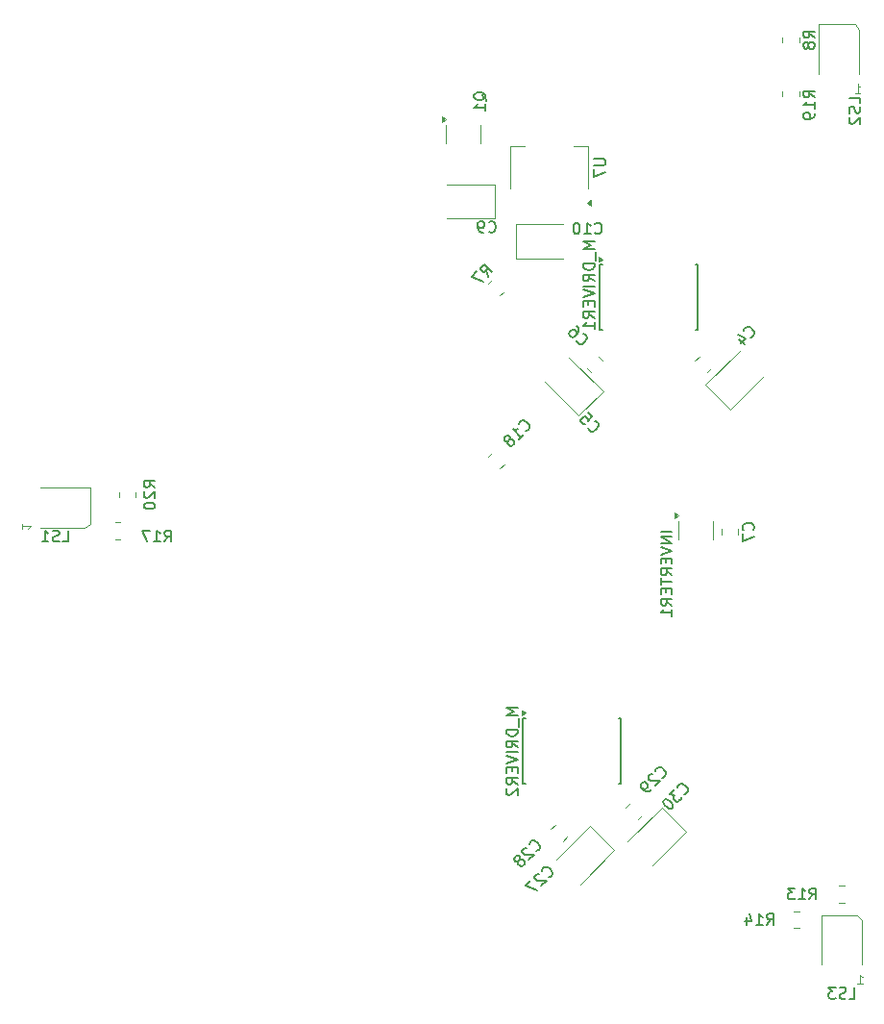
<source format=gbr>
%TF.GenerationSoftware,KiCad,Pcbnew,8.0.1*%
%TF.CreationDate,2024-05-31T17:35:22+02:00*%
%TF.ProjectId,minisumo_pcb,6d696e69-7375-46d6-9f5f-7063622e6b69,rev?*%
%TF.SameCoordinates,Original*%
%TF.FileFunction,Legend,Bot*%
%TF.FilePolarity,Positive*%
%FSLAX46Y46*%
G04 Gerber Fmt 4.6, Leading zero omitted, Abs format (unit mm)*
G04 Created by KiCad (PCBNEW 8.0.1) date 2024-05-31 17:35:22*
%MOMM*%
%LPD*%
G01*
G04 APERTURE LIST*
%ADD10C,0.150000*%
%ADD11C,0.100000*%
%ADD12C,0.120000*%
G04 APERTURE END LIST*
D10*
X124004818Y-119790476D02*
X123004818Y-119790476D01*
X123004818Y-119790476D02*
X123719103Y-120123809D01*
X123719103Y-120123809D02*
X123004818Y-120457142D01*
X123004818Y-120457142D02*
X124004818Y-120457142D01*
X124100056Y-120695238D02*
X124100056Y-121457142D01*
X124004818Y-121695238D02*
X123004818Y-121695238D01*
X123004818Y-121695238D02*
X123004818Y-121933333D01*
X123004818Y-121933333D02*
X123052437Y-122076190D01*
X123052437Y-122076190D02*
X123147675Y-122171428D01*
X123147675Y-122171428D02*
X123242913Y-122219047D01*
X123242913Y-122219047D02*
X123433389Y-122266666D01*
X123433389Y-122266666D02*
X123576246Y-122266666D01*
X123576246Y-122266666D02*
X123766722Y-122219047D01*
X123766722Y-122219047D02*
X123861960Y-122171428D01*
X123861960Y-122171428D02*
X123957199Y-122076190D01*
X123957199Y-122076190D02*
X124004818Y-121933333D01*
X124004818Y-121933333D02*
X124004818Y-121695238D01*
X124004818Y-123266666D02*
X123528627Y-122933333D01*
X124004818Y-122695238D02*
X123004818Y-122695238D01*
X123004818Y-122695238D02*
X123004818Y-123076190D01*
X123004818Y-123076190D02*
X123052437Y-123171428D01*
X123052437Y-123171428D02*
X123100056Y-123219047D01*
X123100056Y-123219047D02*
X123195294Y-123266666D01*
X123195294Y-123266666D02*
X123338151Y-123266666D01*
X123338151Y-123266666D02*
X123433389Y-123219047D01*
X123433389Y-123219047D02*
X123481008Y-123171428D01*
X123481008Y-123171428D02*
X123528627Y-123076190D01*
X123528627Y-123076190D02*
X123528627Y-122695238D01*
X124004818Y-123695238D02*
X123004818Y-123695238D01*
X123004818Y-124028571D02*
X124004818Y-124361904D01*
X124004818Y-124361904D02*
X123004818Y-124695237D01*
X123481008Y-125028571D02*
X123481008Y-125361904D01*
X124004818Y-125504761D02*
X124004818Y-125028571D01*
X124004818Y-125028571D02*
X123004818Y-125028571D01*
X123004818Y-125028571D02*
X123004818Y-125504761D01*
X124004818Y-126504761D02*
X123528627Y-126171428D01*
X124004818Y-125933333D02*
X123004818Y-125933333D01*
X123004818Y-125933333D02*
X123004818Y-126314285D01*
X123004818Y-126314285D02*
X123052437Y-126409523D01*
X123052437Y-126409523D02*
X123100056Y-126457142D01*
X123100056Y-126457142D02*
X123195294Y-126504761D01*
X123195294Y-126504761D02*
X123338151Y-126504761D01*
X123338151Y-126504761D02*
X123433389Y-126457142D01*
X123433389Y-126457142D02*
X123481008Y-126409523D01*
X123481008Y-126409523D02*
X123528627Y-126314285D01*
X123528627Y-126314285D02*
X123528627Y-125933333D01*
X123100056Y-126885714D02*
X123052437Y-126933333D01*
X123052437Y-126933333D02*
X123004818Y-127028571D01*
X123004818Y-127028571D02*
X123004818Y-127266666D01*
X123004818Y-127266666D02*
X123052437Y-127361904D01*
X123052437Y-127361904D02*
X123100056Y-127409523D01*
X123100056Y-127409523D02*
X123195294Y-127457142D01*
X123195294Y-127457142D02*
X123290532Y-127457142D01*
X123290532Y-127457142D02*
X123433389Y-127409523D01*
X123433389Y-127409523D02*
X124004818Y-126838095D01*
X124004818Y-126838095D02*
X124004818Y-127457142D01*
X92890392Y-105148035D02*
X93223725Y-104671844D01*
X93461820Y-105148035D02*
X93461820Y-104148035D01*
X93461820Y-104148035D02*
X93080868Y-104148035D01*
X93080868Y-104148035D02*
X92985630Y-104195654D01*
X92985630Y-104195654D02*
X92938011Y-104243273D01*
X92938011Y-104243273D02*
X92890392Y-104338511D01*
X92890392Y-104338511D02*
X92890392Y-104481368D01*
X92890392Y-104481368D02*
X92938011Y-104576606D01*
X92938011Y-104576606D02*
X92985630Y-104624225D01*
X92985630Y-104624225D02*
X93080868Y-104671844D01*
X93080868Y-104671844D02*
X93461820Y-104671844D01*
X91938011Y-105148035D02*
X92509439Y-105148035D01*
X92223725Y-105148035D02*
X92223725Y-104148035D01*
X92223725Y-104148035D02*
X92318963Y-104290892D01*
X92318963Y-104290892D02*
X92414201Y-104386130D01*
X92414201Y-104386130D02*
X92509439Y-104433749D01*
X91604677Y-104148035D02*
X90938011Y-104148035D01*
X90938011Y-104148035D02*
X91366582Y-105148035D01*
X136725830Y-125910693D02*
X136793174Y-125910693D01*
X136793174Y-125910693D02*
X136927861Y-125843349D01*
X136927861Y-125843349D02*
X136995204Y-125776006D01*
X136995204Y-125776006D02*
X137062548Y-125641319D01*
X137062548Y-125641319D02*
X137062548Y-125506632D01*
X137062548Y-125506632D02*
X137028876Y-125405617D01*
X137028876Y-125405617D02*
X136927861Y-125237258D01*
X136927861Y-125237258D02*
X136826846Y-125136243D01*
X136826846Y-125136243D02*
X136658487Y-125035227D01*
X136658487Y-125035227D02*
X136557472Y-125001556D01*
X136557472Y-125001556D02*
X136422785Y-125001556D01*
X136422785Y-125001556D02*
X136288098Y-125068899D01*
X136288098Y-125068899D02*
X136220754Y-125136243D01*
X136220754Y-125136243D02*
X136153411Y-125270930D01*
X136153411Y-125270930D02*
X136153411Y-125338273D01*
X135884037Y-125607647D02*
X135816693Y-125607647D01*
X135816693Y-125607647D02*
X135715678Y-125641319D01*
X135715678Y-125641319D02*
X135547319Y-125809678D01*
X135547319Y-125809678D02*
X135513647Y-125910693D01*
X135513647Y-125910693D02*
X135513647Y-125978036D01*
X135513647Y-125978036D02*
X135547319Y-126079052D01*
X135547319Y-126079052D02*
X135614663Y-126146395D01*
X135614663Y-126146395D02*
X135749350Y-126213739D01*
X135749350Y-126213739D02*
X136557472Y-126213739D01*
X136557472Y-126213739D02*
X136119739Y-126651471D01*
X135783021Y-126988189D02*
X135648334Y-127122876D01*
X135648334Y-127122876D02*
X135547319Y-127156548D01*
X135547319Y-127156548D02*
X135479975Y-127156548D01*
X135479975Y-127156548D02*
X135311617Y-127122876D01*
X135311617Y-127122876D02*
X135143258Y-127021861D01*
X135143258Y-127021861D02*
X134873884Y-126752487D01*
X134873884Y-126752487D02*
X134840212Y-126651472D01*
X134840212Y-126651472D02*
X134840212Y-126584128D01*
X134840212Y-126584128D02*
X134873884Y-126483113D01*
X134873884Y-126483113D02*
X135008571Y-126348426D01*
X135008571Y-126348426D02*
X135109586Y-126314754D01*
X135109586Y-126314754D02*
X135176930Y-126314754D01*
X135176930Y-126314754D02*
X135277945Y-126348426D01*
X135277945Y-126348426D02*
X135446304Y-126516785D01*
X135446304Y-126516785D02*
X135479975Y-126617800D01*
X135479975Y-126617800D02*
X135479975Y-126685143D01*
X135479975Y-126685143D02*
X135446304Y-126786159D01*
X135446304Y-126786159D02*
X135311617Y-126920846D01*
X135311617Y-126920846D02*
X135210601Y-126954517D01*
X135210601Y-126954517D02*
X135143258Y-126954517D01*
X135143258Y-126954517D02*
X135042243Y-126920846D01*
X83890392Y-105148035D02*
X84366582Y-105148035D01*
X84366582Y-105148035D02*
X84366582Y-104148035D01*
X83604677Y-105100416D02*
X83461820Y-105148035D01*
X83461820Y-105148035D02*
X83223725Y-105148035D01*
X83223725Y-105148035D02*
X83128487Y-105100416D01*
X83128487Y-105100416D02*
X83080868Y-105052796D01*
X83080868Y-105052796D02*
X83033249Y-104957558D01*
X83033249Y-104957558D02*
X83033249Y-104862320D01*
X83033249Y-104862320D02*
X83080868Y-104767082D01*
X83080868Y-104767082D02*
X83128487Y-104719463D01*
X83128487Y-104719463D02*
X83223725Y-104671844D01*
X83223725Y-104671844D02*
X83414201Y-104624225D01*
X83414201Y-104624225D02*
X83509439Y-104576606D01*
X83509439Y-104576606D02*
X83557058Y-104528987D01*
X83557058Y-104528987D02*
X83604677Y-104433749D01*
X83604677Y-104433749D02*
X83604677Y-104338511D01*
X83604677Y-104338511D02*
X83557058Y-104243273D01*
X83557058Y-104243273D02*
X83509439Y-104195654D01*
X83509439Y-104195654D02*
X83414201Y-104148035D01*
X83414201Y-104148035D02*
X83176106Y-104148035D01*
X83176106Y-104148035D02*
X83033249Y-104195654D01*
X82080868Y-105148035D02*
X82652296Y-105148035D01*
X82366582Y-105148035D02*
X82366582Y-104148035D01*
X82366582Y-104148035D02*
X82461820Y-104290892D01*
X82461820Y-104290892D02*
X82557058Y-104386130D01*
X82557058Y-104386130D02*
X82652296Y-104433749D01*
D11*
X80300639Y-103577903D02*
X80300639Y-104035046D01*
X80300639Y-103806474D02*
X81100639Y-103806474D01*
X81100639Y-103806474D02*
X80986354Y-103882665D01*
X80986354Y-103882665D02*
X80910163Y-103958855D01*
X80910163Y-103958855D02*
X80872068Y-104035046D01*
D10*
X145968641Y-138898035D02*
X146301974Y-138421844D01*
X146540069Y-138898035D02*
X146540069Y-137898035D01*
X146540069Y-137898035D02*
X146159117Y-137898035D01*
X146159117Y-137898035D02*
X146063879Y-137945654D01*
X146063879Y-137945654D02*
X146016260Y-137993273D01*
X146016260Y-137993273D02*
X145968641Y-138088511D01*
X145968641Y-138088511D02*
X145968641Y-138231368D01*
X145968641Y-138231368D02*
X146016260Y-138326606D01*
X146016260Y-138326606D02*
X146063879Y-138374225D01*
X146063879Y-138374225D02*
X146159117Y-138421844D01*
X146159117Y-138421844D02*
X146540069Y-138421844D01*
X145016260Y-138898035D02*
X145587688Y-138898035D01*
X145301974Y-138898035D02*
X145301974Y-137898035D01*
X145301974Y-137898035D02*
X145397212Y-138040892D01*
X145397212Y-138040892D02*
X145492450Y-138136130D01*
X145492450Y-138136130D02*
X145587688Y-138183749D01*
X144159117Y-138231368D02*
X144159117Y-138898035D01*
X144397212Y-137850416D02*
X144635307Y-138564701D01*
X144635307Y-138564701D02*
X144016260Y-138564701D01*
X125608830Y-132399693D02*
X125676174Y-132399693D01*
X125676174Y-132399693D02*
X125810861Y-132332349D01*
X125810861Y-132332349D02*
X125878204Y-132265006D01*
X125878204Y-132265006D02*
X125945548Y-132130319D01*
X125945548Y-132130319D02*
X125945548Y-131995632D01*
X125945548Y-131995632D02*
X125911876Y-131894617D01*
X125911876Y-131894617D02*
X125810861Y-131726258D01*
X125810861Y-131726258D02*
X125709846Y-131625243D01*
X125709846Y-131625243D02*
X125541487Y-131524227D01*
X125541487Y-131524227D02*
X125440472Y-131490556D01*
X125440472Y-131490556D02*
X125305785Y-131490556D01*
X125305785Y-131490556D02*
X125171098Y-131557899D01*
X125171098Y-131557899D02*
X125103754Y-131625243D01*
X125103754Y-131625243D02*
X125036411Y-131759930D01*
X125036411Y-131759930D02*
X125036411Y-131827273D01*
X124767037Y-132096647D02*
X124699693Y-132096647D01*
X124699693Y-132096647D02*
X124598678Y-132130319D01*
X124598678Y-132130319D02*
X124430319Y-132298678D01*
X124430319Y-132298678D02*
X124396647Y-132399693D01*
X124396647Y-132399693D02*
X124396647Y-132467036D01*
X124396647Y-132467036D02*
X124430319Y-132568052D01*
X124430319Y-132568052D02*
X124497663Y-132635395D01*
X124497663Y-132635395D02*
X124632350Y-132702739D01*
X124632350Y-132702739D02*
X125440472Y-132702739D01*
X125440472Y-132702739D02*
X125002739Y-133140471D01*
X124194617Y-133140472D02*
X124228288Y-133039456D01*
X124228288Y-133039456D02*
X124228288Y-132972113D01*
X124228288Y-132972113D02*
X124194617Y-132871098D01*
X124194617Y-132871098D02*
X124160945Y-132837426D01*
X124160945Y-132837426D02*
X124059930Y-132803754D01*
X124059930Y-132803754D02*
X123992586Y-132803754D01*
X123992586Y-132803754D02*
X123891571Y-132837426D01*
X123891571Y-132837426D02*
X123756884Y-132972113D01*
X123756884Y-132972113D02*
X123723212Y-133073128D01*
X123723212Y-133073128D02*
X123723212Y-133140472D01*
X123723212Y-133140472D02*
X123756884Y-133241487D01*
X123756884Y-133241487D02*
X123790556Y-133275159D01*
X123790556Y-133275159D02*
X123891571Y-133308830D01*
X123891571Y-133308830D02*
X123958914Y-133308830D01*
X123958914Y-133308830D02*
X124059930Y-133275159D01*
X124059930Y-133275159D02*
X124194617Y-133140472D01*
X124194617Y-133140472D02*
X124295632Y-133106800D01*
X124295632Y-133106800D02*
X124362975Y-133106800D01*
X124362975Y-133106800D02*
X124463991Y-133140472D01*
X124463991Y-133140472D02*
X124598678Y-133275159D01*
X124598678Y-133275159D02*
X124632349Y-133376174D01*
X124632349Y-133376174D02*
X124632349Y-133443517D01*
X124632349Y-133443517D02*
X124598678Y-133544533D01*
X124598678Y-133544533D02*
X124463991Y-133679220D01*
X124463991Y-133679220D02*
X124362975Y-133712891D01*
X124362975Y-133712891D02*
X124295632Y-133712891D01*
X124295632Y-133712891D02*
X124194617Y-133679220D01*
X124194617Y-133679220D02*
X124059930Y-133544533D01*
X124059930Y-133544533D02*
X124026258Y-133443517D01*
X124026258Y-133443517D02*
X124026258Y-133376174D01*
X124026258Y-133376174D02*
X124059930Y-133275159D01*
X129188664Y-87432238D02*
X129188664Y-87499582D01*
X129188664Y-87499582D02*
X129256008Y-87634269D01*
X129256008Y-87634269D02*
X129323351Y-87701612D01*
X129323351Y-87701612D02*
X129458038Y-87768956D01*
X129458038Y-87768956D02*
X129592725Y-87768956D01*
X129592725Y-87768956D02*
X129693740Y-87735284D01*
X129693740Y-87735284D02*
X129862099Y-87634269D01*
X129862099Y-87634269D02*
X129963114Y-87533254D01*
X129963114Y-87533254D02*
X130064130Y-87364895D01*
X130064130Y-87364895D02*
X130097801Y-87263880D01*
X130097801Y-87263880D02*
X130097801Y-87129193D01*
X130097801Y-87129193D02*
X130030458Y-86994506D01*
X130030458Y-86994506D02*
X129963114Y-86927162D01*
X129963114Y-86927162D02*
X129828427Y-86859819D01*
X129828427Y-86859819D02*
X129761084Y-86859819D01*
X129222336Y-86186384D02*
X129357023Y-86321071D01*
X129357023Y-86321071D02*
X129390695Y-86422086D01*
X129390695Y-86422086D02*
X129390695Y-86489429D01*
X129390695Y-86489429D02*
X129357023Y-86657788D01*
X129357023Y-86657788D02*
X129256008Y-86826147D01*
X129256008Y-86826147D02*
X128986634Y-87095521D01*
X128986634Y-87095521D02*
X128885618Y-87129193D01*
X128885618Y-87129193D02*
X128818275Y-87129193D01*
X128818275Y-87129193D02*
X128717260Y-87095521D01*
X128717260Y-87095521D02*
X128582573Y-86960834D01*
X128582573Y-86960834D02*
X128548901Y-86859819D01*
X128548901Y-86859819D02*
X128548901Y-86792475D01*
X128548901Y-86792475D02*
X128582573Y-86691460D01*
X128582573Y-86691460D02*
X128750931Y-86523101D01*
X128750931Y-86523101D02*
X128851947Y-86489429D01*
X128851947Y-86489429D02*
X128919290Y-86489429D01*
X128919290Y-86489429D02*
X129020305Y-86523101D01*
X129020305Y-86523101D02*
X129154992Y-86657788D01*
X129154992Y-86657788D02*
X129188664Y-86758803D01*
X129188664Y-86758803D02*
X129188664Y-86826147D01*
X129188664Y-86826147D02*
X129154992Y-86927162D01*
X130212111Y-95094112D02*
X130212111Y-95161456D01*
X130212111Y-95161456D02*
X130279455Y-95296143D01*
X130279455Y-95296143D02*
X130346798Y-95363486D01*
X130346798Y-95363486D02*
X130481485Y-95430830D01*
X130481485Y-95430830D02*
X130616172Y-95430830D01*
X130616172Y-95430830D02*
X130717187Y-95397158D01*
X130717187Y-95397158D02*
X130885546Y-95296143D01*
X130885546Y-95296143D02*
X130986561Y-95195128D01*
X130986561Y-95195128D02*
X131087577Y-95026769D01*
X131087577Y-95026769D02*
X131121248Y-94925754D01*
X131121248Y-94925754D02*
X131121248Y-94791067D01*
X131121248Y-94791067D02*
X131053905Y-94656380D01*
X131053905Y-94656380D02*
X130986561Y-94589036D01*
X130986561Y-94589036D02*
X130851874Y-94521693D01*
X130851874Y-94521693D02*
X130784531Y-94521693D01*
X130212111Y-93814586D02*
X130548829Y-94151303D01*
X130548829Y-94151303D02*
X130245783Y-94521693D01*
X130245783Y-94521693D02*
X130245783Y-94454349D01*
X130245783Y-94454349D02*
X130212111Y-94353334D01*
X130212111Y-94353334D02*
X130043752Y-94184975D01*
X130043752Y-94184975D02*
X129942737Y-94151303D01*
X129942737Y-94151303D02*
X129875394Y-94151303D01*
X129875394Y-94151303D02*
X129774378Y-94184975D01*
X129774378Y-94184975D02*
X129606020Y-94353334D01*
X129606020Y-94353334D02*
X129572348Y-94454349D01*
X129572348Y-94454349D02*
X129572348Y-94521693D01*
X129572348Y-94521693D02*
X129606020Y-94622708D01*
X129606020Y-94622708D02*
X129774378Y-94791067D01*
X129774378Y-94791067D02*
X129875394Y-94824738D01*
X129875394Y-94824738D02*
X129942737Y-94824738D01*
X144739579Y-104110833D02*
X144787199Y-104063214D01*
X144787199Y-104063214D02*
X144834818Y-103920357D01*
X144834818Y-103920357D02*
X144834818Y-103825119D01*
X144834818Y-103825119D02*
X144787199Y-103682262D01*
X144787199Y-103682262D02*
X144691960Y-103587024D01*
X144691960Y-103587024D02*
X144596722Y-103539405D01*
X144596722Y-103539405D02*
X144406246Y-103491786D01*
X144406246Y-103491786D02*
X144263389Y-103491786D01*
X144263389Y-103491786D02*
X144072913Y-103539405D01*
X144072913Y-103539405D02*
X143977675Y-103587024D01*
X143977675Y-103587024D02*
X143882437Y-103682262D01*
X143882437Y-103682262D02*
X143834818Y-103825119D01*
X143834818Y-103825119D02*
X143834818Y-103920357D01*
X143834818Y-103920357D02*
X143882437Y-104063214D01*
X143882437Y-104063214D02*
X143930056Y-104110833D01*
X143834818Y-104444167D02*
X143834818Y-105110833D01*
X143834818Y-105110833D02*
X144834818Y-104682262D01*
X126708830Y-134699693D02*
X126776174Y-134699693D01*
X126776174Y-134699693D02*
X126910861Y-134632349D01*
X126910861Y-134632349D02*
X126978204Y-134565006D01*
X126978204Y-134565006D02*
X127045548Y-134430319D01*
X127045548Y-134430319D02*
X127045548Y-134295632D01*
X127045548Y-134295632D02*
X127011876Y-134194617D01*
X127011876Y-134194617D02*
X126910861Y-134026258D01*
X126910861Y-134026258D02*
X126809846Y-133925243D01*
X126809846Y-133925243D02*
X126641487Y-133824227D01*
X126641487Y-133824227D02*
X126540472Y-133790556D01*
X126540472Y-133790556D02*
X126405785Y-133790556D01*
X126405785Y-133790556D02*
X126271098Y-133857899D01*
X126271098Y-133857899D02*
X126203754Y-133925243D01*
X126203754Y-133925243D02*
X126136411Y-134059930D01*
X126136411Y-134059930D02*
X126136411Y-134127273D01*
X125867037Y-134396647D02*
X125799693Y-134396647D01*
X125799693Y-134396647D02*
X125698678Y-134430319D01*
X125698678Y-134430319D02*
X125530319Y-134598678D01*
X125530319Y-134598678D02*
X125496647Y-134699693D01*
X125496647Y-134699693D02*
X125496647Y-134767036D01*
X125496647Y-134767036D02*
X125530319Y-134868052D01*
X125530319Y-134868052D02*
X125597663Y-134935395D01*
X125597663Y-134935395D02*
X125732350Y-135002739D01*
X125732350Y-135002739D02*
X126540472Y-135002739D01*
X126540472Y-135002739D02*
X126102739Y-135440471D01*
X125159930Y-134969067D02*
X124688525Y-135440472D01*
X124688525Y-135440472D02*
X125698678Y-135844533D01*
X144517112Y-87131411D02*
X144584456Y-87131411D01*
X144584456Y-87131411D02*
X144719143Y-87064067D01*
X144719143Y-87064067D02*
X144786486Y-86996724D01*
X144786486Y-86996724D02*
X144853830Y-86862037D01*
X144853830Y-86862037D02*
X144853830Y-86727350D01*
X144853830Y-86727350D02*
X144820158Y-86626335D01*
X144820158Y-86626335D02*
X144719143Y-86457976D01*
X144719143Y-86457976D02*
X144618128Y-86356961D01*
X144618128Y-86356961D02*
X144449769Y-86255945D01*
X144449769Y-86255945D02*
X144348754Y-86222274D01*
X144348754Y-86222274D02*
X144214067Y-86222274D01*
X144214067Y-86222274D02*
X144079380Y-86289617D01*
X144079380Y-86289617D02*
X144012036Y-86356961D01*
X144012036Y-86356961D02*
X143944693Y-86491648D01*
X143944693Y-86491648D02*
X143944693Y-86558991D01*
X143506960Y-87333441D02*
X143978364Y-87804846D01*
X143405945Y-86895709D02*
X144079380Y-87232426D01*
X144079380Y-87232426D02*
X143641647Y-87670159D01*
X130817857Y-77959580D02*
X130865476Y-78007200D01*
X130865476Y-78007200D02*
X131008333Y-78054819D01*
X131008333Y-78054819D02*
X131103571Y-78054819D01*
X131103571Y-78054819D02*
X131246428Y-78007200D01*
X131246428Y-78007200D02*
X131341666Y-77911961D01*
X131341666Y-77911961D02*
X131389285Y-77816723D01*
X131389285Y-77816723D02*
X131436904Y-77626247D01*
X131436904Y-77626247D02*
X131436904Y-77483390D01*
X131436904Y-77483390D02*
X131389285Y-77292914D01*
X131389285Y-77292914D02*
X131341666Y-77197676D01*
X131341666Y-77197676D02*
X131246428Y-77102438D01*
X131246428Y-77102438D02*
X131103571Y-77054819D01*
X131103571Y-77054819D02*
X131008333Y-77054819D01*
X131008333Y-77054819D02*
X130865476Y-77102438D01*
X130865476Y-77102438D02*
X130817857Y-77150057D01*
X129865476Y-78054819D02*
X130436904Y-78054819D01*
X130151190Y-78054819D02*
X130151190Y-77054819D01*
X130151190Y-77054819D02*
X130246428Y-77197676D01*
X130246428Y-77197676D02*
X130341666Y-77292914D01*
X130341666Y-77292914D02*
X130436904Y-77340533D01*
X129246428Y-77054819D02*
X129151190Y-77054819D01*
X129151190Y-77054819D02*
X129055952Y-77102438D01*
X129055952Y-77102438D02*
X129008333Y-77150057D01*
X129008333Y-77150057D02*
X128960714Y-77245295D01*
X128960714Y-77245295D02*
X128913095Y-77435771D01*
X128913095Y-77435771D02*
X128913095Y-77673866D01*
X128913095Y-77673866D02*
X128960714Y-77864342D01*
X128960714Y-77864342D02*
X129008333Y-77959580D01*
X129008333Y-77959580D02*
X129055952Y-78007200D01*
X129055952Y-78007200D02*
X129151190Y-78054819D01*
X129151190Y-78054819D02*
X129246428Y-78054819D01*
X129246428Y-78054819D02*
X129341666Y-78007200D01*
X129341666Y-78007200D02*
X129389285Y-77959580D01*
X129389285Y-77959580D02*
X129436904Y-77864342D01*
X129436904Y-77864342D02*
X129484523Y-77673866D01*
X129484523Y-77673866D02*
X129484523Y-77435771D01*
X129484523Y-77435771D02*
X129436904Y-77245295D01*
X129436904Y-77245295D02*
X129389285Y-77150057D01*
X129389285Y-77150057D02*
X129341666Y-77102438D01*
X129341666Y-77102438D02*
X129246428Y-77054819D01*
X121250057Y-66304761D02*
X121202438Y-66209523D01*
X121202438Y-66209523D02*
X121107200Y-66114285D01*
X121107200Y-66114285D02*
X120964342Y-65971428D01*
X120964342Y-65971428D02*
X120916723Y-65876190D01*
X120916723Y-65876190D02*
X120916723Y-65780952D01*
X121154819Y-65828571D02*
X121107200Y-65733333D01*
X121107200Y-65733333D02*
X121011961Y-65638095D01*
X121011961Y-65638095D02*
X120821485Y-65590476D01*
X120821485Y-65590476D02*
X120488152Y-65590476D01*
X120488152Y-65590476D02*
X120297676Y-65638095D01*
X120297676Y-65638095D02*
X120202438Y-65733333D01*
X120202438Y-65733333D02*
X120154819Y-65828571D01*
X120154819Y-65828571D02*
X120154819Y-66019047D01*
X120154819Y-66019047D02*
X120202438Y-66114285D01*
X120202438Y-66114285D02*
X120297676Y-66209523D01*
X120297676Y-66209523D02*
X120488152Y-66257142D01*
X120488152Y-66257142D02*
X120821485Y-66257142D01*
X120821485Y-66257142D02*
X121011961Y-66209523D01*
X121011961Y-66209523D02*
X121107200Y-66114285D01*
X121107200Y-66114285D02*
X121154819Y-66019047D01*
X121154819Y-66019047D02*
X121154819Y-65828571D01*
X121154819Y-67209523D02*
X121154819Y-66638095D01*
X121154819Y-66923809D02*
X120154819Y-66923809D01*
X120154819Y-66923809D02*
X120297676Y-66828571D01*
X120297676Y-66828571D02*
X120392914Y-66733333D01*
X120392914Y-66733333D02*
X120440533Y-66638095D01*
X149718641Y-136648035D02*
X150051974Y-136171844D01*
X150290069Y-136648035D02*
X150290069Y-135648035D01*
X150290069Y-135648035D02*
X149909117Y-135648035D01*
X149909117Y-135648035D02*
X149813879Y-135695654D01*
X149813879Y-135695654D02*
X149766260Y-135743273D01*
X149766260Y-135743273D02*
X149718641Y-135838511D01*
X149718641Y-135838511D02*
X149718641Y-135981368D01*
X149718641Y-135981368D02*
X149766260Y-136076606D01*
X149766260Y-136076606D02*
X149813879Y-136124225D01*
X149813879Y-136124225D02*
X149909117Y-136171844D01*
X149909117Y-136171844D02*
X150290069Y-136171844D01*
X148766260Y-136648035D02*
X149337688Y-136648035D01*
X149051974Y-136648035D02*
X149051974Y-135648035D01*
X149051974Y-135648035D02*
X149147212Y-135790892D01*
X149147212Y-135790892D02*
X149242450Y-135886130D01*
X149242450Y-135886130D02*
X149337688Y-135933749D01*
X148432926Y-135648035D02*
X147813879Y-135648035D01*
X147813879Y-135648035D02*
X148147212Y-136028987D01*
X148147212Y-136028987D02*
X148004355Y-136028987D01*
X148004355Y-136028987D02*
X147909117Y-136076606D01*
X147909117Y-136076606D02*
X147861498Y-136124225D01*
X147861498Y-136124225D02*
X147813879Y-136219463D01*
X147813879Y-136219463D02*
X147813879Y-136457558D01*
X147813879Y-136457558D02*
X147861498Y-136552796D01*
X147861498Y-136552796D02*
X147909117Y-136600416D01*
X147909117Y-136600416D02*
X148004355Y-136648035D01*
X148004355Y-136648035D02*
X148290069Y-136648035D01*
X148290069Y-136648035D02*
X148385307Y-136600416D01*
X148385307Y-136600416D02*
X148432926Y-136552796D01*
X138681630Y-127383893D02*
X138748974Y-127383893D01*
X138748974Y-127383893D02*
X138883661Y-127316549D01*
X138883661Y-127316549D02*
X138951004Y-127249206D01*
X138951004Y-127249206D02*
X139018348Y-127114519D01*
X139018348Y-127114519D02*
X139018348Y-126979832D01*
X139018348Y-126979832D02*
X138984676Y-126878817D01*
X138984676Y-126878817D02*
X138883661Y-126710458D01*
X138883661Y-126710458D02*
X138782646Y-126609443D01*
X138782646Y-126609443D02*
X138614287Y-126508427D01*
X138614287Y-126508427D02*
X138513272Y-126474756D01*
X138513272Y-126474756D02*
X138378585Y-126474756D01*
X138378585Y-126474756D02*
X138243898Y-126542099D01*
X138243898Y-126542099D02*
X138176554Y-126609443D01*
X138176554Y-126609443D02*
X138109211Y-126744130D01*
X138109211Y-126744130D02*
X138109211Y-126811473D01*
X137806165Y-126979832D02*
X137368432Y-127417565D01*
X137368432Y-127417565D02*
X137873508Y-127451236D01*
X137873508Y-127451236D02*
X137772493Y-127552252D01*
X137772493Y-127552252D02*
X137738821Y-127653267D01*
X137738821Y-127653267D02*
X137738821Y-127720610D01*
X137738821Y-127720610D02*
X137772493Y-127821626D01*
X137772493Y-127821626D02*
X137940852Y-127989984D01*
X137940852Y-127989984D02*
X138041867Y-128023656D01*
X138041867Y-128023656D02*
X138109211Y-128023656D01*
X138109211Y-128023656D02*
X138210226Y-127989984D01*
X138210226Y-127989984D02*
X138412256Y-127787954D01*
X138412256Y-127787954D02*
X138445928Y-127686939D01*
X138445928Y-127686939D02*
X138445928Y-127619595D01*
X136930699Y-127855298D02*
X136863356Y-127922641D01*
X136863356Y-127922641D02*
X136829684Y-128023656D01*
X136829684Y-128023656D02*
X136829684Y-128091000D01*
X136829684Y-128091000D02*
X136863356Y-128192015D01*
X136863356Y-128192015D02*
X136964371Y-128360374D01*
X136964371Y-128360374D02*
X137132730Y-128528733D01*
X137132730Y-128528733D02*
X137301088Y-128629748D01*
X137301088Y-128629748D02*
X137402104Y-128663420D01*
X137402104Y-128663420D02*
X137469447Y-128663420D01*
X137469447Y-128663420D02*
X137570462Y-128629748D01*
X137570462Y-128629748D02*
X137637806Y-128562404D01*
X137637806Y-128562404D02*
X137671478Y-128461389D01*
X137671478Y-128461389D02*
X137671478Y-128394046D01*
X137671478Y-128394046D02*
X137637806Y-128293030D01*
X137637806Y-128293030D02*
X137536791Y-128124672D01*
X137536791Y-128124672D02*
X137368432Y-127956313D01*
X137368432Y-127956313D02*
X137200073Y-127855298D01*
X137200073Y-127855298D02*
X137099058Y-127821626D01*
X137099058Y-127821626D02*
X137031714Y-127821626D01*
X137031714Y-127821626D02*
X136930699Y-127855298D01*
X137614819Y-104235714D02*
X136614819Y-104235714D01*
X137614819Y-104711904D02*
X136614819Y-104711904D01*
X136614819Y-104711904D02*
X137614819Y-105283332D01*
X137614819Y-105283332D02*
X136614819Y-105283332D01*
X136614819Y-105616666D02*
X137614819Y-105949999D01*
X137614819Y-105949999D02*
X136614819Y-106283332D01*
X137091009Y-106616666D02*
X137091009Y-106949999D01*
X137614819Y-107092856D02*
X137614819Y-106616666D01*
X137614819Y-106616666D02*
X136614819Y-106616666D01*
X136614819Y-106616666D02*
X136614819Y-107092856D01*
X137614819Y-108092856D02*
X137138628Y-107759523D01*
X137614819Y-107521428D02*
X136614819Y-107521428D01*
X136614819Y-107521428D02*
X136614819Y-107902380D01*
X136614819Y-107902380D02*
X136662438Y-107997618D01*
X136662438Y-107997618D02*
X136710057Y-108045237D01*
X136710057Y-108045237D02*
X136805295Y-108092856D01*
X136805295Y-108092856D02*
X136948152Y-108092856D01*
X136948152Y-108092856D02*
X137043390Y-108045237D01*
X137043390Y-108045237D02*
X137091009Y-107997618D01*
X137091009Y-107997618D02*
X137138628Y-107902380D01*
X137138628Y-107902380D02*
X137138628Y-107521428D01*
X136614819Y-108378571D02*
X136614819Y-108949999D01*
X137614819Y-108664285D02*
X136614819Y-108664285D01*
X137091009Y-109283333D02*
X137091009Y-109616666D01*
X137614819Y-109759523D02*
X137614819Y-109283333D01*
X137614819Y-109283333D02*
X136614819Y-109283333D01*
X136614819Y-109283333D02*
X136614819Y-109759523D01*
X137614819Y-110759523D02*
X137138628Y-110426190D01*
X137614819Y-110188095D02*
X136614819Y-110188095D01*
X136614819Y-110188095D02*
X136614819Y-110569047D01*
X136614819Y-110569047D02*
X136662438Y-110664285D01*
X136662438Y-110664285D02*
X136710057Y-110711904D01*
X136710057Y-110711904D02*
X136805295Y-110759523D01*
X136805295Y-110759523D02*
X136948152Y-110759523D01*
X136948152Y-110759523D02*
X137043390Y-110711904D01*
X137043390Y-110711904D02*
X137091009Y-110664285D01*
X137091009Y-110664285D02*
X137138628Y-110569047D01*
X137138628Y-110569047D02*
X137138628Y-110188095D01*
X137614819Y-111711904D02*
X137614819Y-111140476D01*
X137614819Y-111426190D02*
X136614819Y-111426190D01*
X136614819Y-111426190D02*
X136757676Y-111330952D01*
X136757676Y-111330952D02*
X136852914Y-111235714D01*
X136852914Y-111235714D02*
X136900533Y-111140476D01*
X153218641Y-145398035D02*
X153694831Y-145398035D01*
X153694831Y-145398035D02*
X153694831Y-144398035D01*
X152932926Y-145350416D02*
X152790069Y-145398035D01*
X152790069Y-145398035D02*
X152551974Y-145398035D01*
X152551974Y-145398035D02*
X152456736Y-145350416D01*
X152456736Y-145350416D02*
X152409117Y-145302796D01*
X152409117Y-145302796D02*
X152361498Y-145207558D01*
X152361498Y-145207558D02*
X152361498Y-145112320D01*
X152361498Y-145112320D02*
X152409117Y-145017082D01*
X152409117Y-145017082D02*
X152456736Y-144969463D01*
X152456736Y-144969463D02*
X152551974Y-144921844D01*
X152551974Y-144921844D02*
X152742450Y-144874225D01*
X152742450Y-144874225D02*
X152837688Y-144826606D01*
X152837688Y-144826606D02*
X152885307Y-144778987D01*
X152885307Y-144778987D02*
X152932926Y-144683749D01*
X152932926Y-144683749D02*
X152932926Y-144588511D01*
X152932926Y-144588511D02*
X152885307Y-144493273D01*
X152885307Y-144493273D02*
X152837688Y-144445654D01*
X152837688Y-144445654D02*
X152742450Y-144398035D01*
X152742450Y-144398035D02*
X152504355Y-144398035D01*
X152504355Y-144398035D02*
X152361498Y-144445654D01*
X152028164Y-144398035D02*
X151409117Y-144398035D01*
X151409117Y-144398035D02*
X151742450Y-144778987D01*
X151742450Y-144778987D02*
X151599593Y-144778987D01*
X151599593Y-144778987D02*
X151504355Y-144826606D01*
X151504355Y-144826606D02*
X151456736Y-144874225D01*
X151456736Y-144874225D02*
X151409117Y-144969463D01*
X151409117Y-144969463D02*
X151409117Y-145207558D01*
X151409117Y-145207558D02*
X151456736Y-145302796D01*
X151456736Y-145302796D02*
X151504355Y-145350416D01*
X151504355Y-145350416D02*
X151599593Y-145398035D01*
X151599593Y-145398035D02*
X151885307Y-145398035D01*
X151885307Y-145398035D02*
X151980545Y-145350416D01*
X151980545Y-145350416D02*
X152028164Y-145302796D01*
D11*
X153927386Y-144063111D02*
X154384529Y-144063111D01*
X154155957Y-144063111D02*
X154155957Y-143263111D01*
X154155957Y-143263111D02*
X154232148Y-143377396D01*
X154232148Y-143377396D02*
X154308338Y-143453587D01*
X154308338Y-143453587D02*
X154384529Y-143491682D01*
D10*
X150180603Y-60776549D02*
X149704412Y-60443216D01*
X150180603Y-60205121D02*
X149180603Y-60205121D01*
X149180603Y-60205121D02*
X149180603Y-60586073D01*
X149180603Y-60586073D02*
X149228222Y-60681311D01*
X149228222Y-60681311D02*
X149275841Y-60728930D01*
X149275841Y-60728930D02*
X149371079Y-60776549D01*
X149371079Y-60776549D02*
X149513936Y-60776549D01*
X149513936Y-60776549D02*
X149609174Y-60728930D01*
X149609174Y-60728930D02*
X149656793Y-60681311D01*
X149656793Y-60681311D02*
X149704412Y-60586073D01*
X149704412Y-60586073D02*
X149704412Y-60205121D01*
X149609174Y-61347978D02*
X149561555Y-61252740D01*
X149561555Y-61252740D02*
X149513936Y-61205121D01*
X149513936Y-61205121D02*
X149418698Y-61157502D01*
X149418698Y-61157502D02*
X149371079Y-61157502D01*
X149371079Y-61157502D02*
X149275841Y-61205121D01*
X149275841Y-61205121D02*
X149228222Y-61252740D01*
X149228222Y-61252740D02*
X149180603Y-61347978D01*
X149180603Y-61347978D02*
X149180603Y-61538454D01*
X149180603Y-61538454D02*
X149228222Y-61633692D01*
X149228222Y-61633692D02*
X149275841Y-61681311D01*
X149275841Y-61681311D02*
X149371079Y-61728930D01*
X149371079Y-61728930D02*
X149418698Y-61728930D01*
X149418698Y-61728930D02*
X149513936Y-61681311D01*
X149513936Y-61681311D02*
X149561555Y-61633692D01*
X149561555Y-61633692D02*
X149609174Y-61538454D01*
X149609174Y-61538454D02*
X149609174Y-61347978D01*
X149609174Y-61347978D02*
X149656793Y-61252740D01*
X149656793Y-61252740D02*
X149704412Y-61205121D01*
X149704412Y-61205121D02*
X149799650Y-61157502D01*
X149799650Y-61157502D02*
X149990126Y-61157502D01*
X149990126Y-61157502D02*
X150085364Y-61205121D01*
X150085364Y-61205121D02*
X150132984Y-61252740D01*
X150132984Y-61252740D02*
X150180603Y-61347978D01*
X150180603Y-61347978D02*
X150180603Y-61538454D01*
X150180603Y-61538454D02*
X150132984Y-61633692D01*
X150132984Y-61633692D02*
X150085364Y-61681311D01*
X150085364Y-61681311D02*
X149990126Y-61728930D01*
X149990126Y-61728930D02*
X149799650Y-61728930D01*
X149799650Y-61728930D02*
X149704412Y-61681311D01*
X149704412Y-61681311D02*
X149656793Y-61633692D01*
X149656793Y-61633692D02*
X149609174Y-61538454D01*
X150180603Y-66032142D02*
X149704412Y-65698809D01*
X150180603Y-65460714D02*
X149180603Y-65460714D01*
X149180603Y-65460714D02*
X149180603Y-65841666D01*
X149180603Y-65841666D02*
X149228222Y-65936904D01*
X149228222Y-65936904D02*
X149275841Y-65984523D01*
X149275841Y-65984523D02*
X149371079Y-66032142D01*
X149371079Y-66032142D02*
X149513936Y-66032142D01*
X149513936Y-66032142D02*
X149609174Y-65984523D01*
X149609174Y-65984523D02*
X149656793Y-65936904D01*
X149656793Y-65936904D02*
X149704412Y-65841666D01*
X149704412Y-65841666D02*
X149704412Y-65460714D01*
X150180603Y-66984523D02*
X150180603Y-66413095D01*
X150180603Y-66698809D02*
X149180603Y-66698809D01*
X149180603Y-66698809D02*
X149323460Y-66603571D01*
X149323460Y-66603571D02*
X149418698Y-66508333D01*
X149418698Y-66508333D02*
X149466317Y-66413095D01*
X150180603Y-67460714D02*
X150180603Y-67651190D01*
X150180603Y-67651190D02*
X150132984Y-67746428D01*
X150132984Y-67746428D02*
X150085364Y-67794047D01*
X150085364Y-67794047D02*
X149942507Y-67889285D01*
X149942507Y-67889285D02*
X149752031Y-67936904D01*
X149752031Y-67936904D02*
X149371079Y-67936904D01*
X149371079Y-67936904D02*
X149275841Y-67889285D01*
X149275841Y-67889285D02*
X149228222Y-67841666D01*
X149228222Y-67841666D02*
X149180603Y-67746428D01*
X149180603Y-67746428D02*
X149180603Y-67555952D01*
X149180603Y-67555952D02*
X149228222Y-67460714D01*
X149228222Y-67460714D02*
X149275841Y-67413095D01*
X149275841Y-67413095D02*
X149371079Y-67365476D01*
X149371079Y-67365476D02*
X149609174Y-67365476D01*
X149609174Y-67365476D02*
X149704412Y-67413095D01*
X149704412Y-67413095D02*
X149752031Y-67460714D01*
X149752031Y-67460714D02*
X149799650Y-67555952D01*
X149799650Y-67555952D02*
X149799650Y-67746428D01*
X149799650Y-67746428D02*
X149752031Y-67841666D01*
X149752031Y-67841666D02*
X149704412Y-67889285D01*
X149704412Y-67889285D02*
X149609174Y-67936904D01*
X130754820Y-71431311D02*
X131564343Y-71431311D01*
X131564343Y-71431311D02*
X131659581Y-71478930D01*
X131659581Y-71478930D02*
X131707201Y-71526549D01*
X131707201Y-71526549D02*
X131754820Y-71621787D01*
X131754820Y-71621787D02*
X131754820Y-71812263D01*
X131754820Y-71812263D02*
X131707201Y-71907501D01*
X131707201Y-71907501D02*
X131659581Y-71955120D01*
X131659581Y-71955120D02*
X131564343Y-72002739D01*
X131564343Y-72002739D02*
X130754820Y-72002739D01*
X130754820Y-72383692D02*
X130754820Y-73050358D01*
X130754820Y-73050358D02*
X131754820Y-72621787D01*
X121451666Y-77829580D02*
X121499285Y-77877200D01*
X121499285Y-77877200D02*
X121642142Y-77924819D01*
X121642142Y-77924819D02*
X121737380Y-77924819D01*
X121737380Y-77924819D02*
X121880237Y-77877200D01*
X121880237Y-77877200D02*
X121975475Y-77781961D01*
X121975475Y-77781961D02*
X122023094Y-77686723D01*
X122023094Y-77686723D02*
X122070713Y-77496247D01*
X122070713Y-77496247D02*
X122070713Y-77353390D01*
X122070713Y-77353390D02*
X122023094Y-77162914D01*
X122023094Y-77162914D02*
X121975475Y-77067676D01*
X121975475Y-77067676D02*
X121880237Y-76972438D01*
X121880237Y-76972438D02*
X121737380Y-76924819D01*
X121737380Y-76924819D02*
X121642142Y-76924819D01*
X121642142Y-76924819D02*
X121499285Y-76972438D01*
X121499285Y-76972438D02*
X121451666Y-77020057D01*
X120975475Y-77924819D02*
X120784999Y-77924819D01*
X120784999Y-77924819D02*
X120689761Y-77877200D01*
X120689761Y-77877200D02*
X120642142Y-77829580D01*
X120642142Y-77829580D02*
X120546904Y-77686723D01*
X120546904Y-77686723D02*
X120499285Y-77496247D01*
X120499285Y-77496247D02*
X120499285Y-77115295D01*
X120499285Y-77115295D02*
X120546904Y-77020057D01*
X120546904Y-77020057D02*
X120594523Y-76972438D01*
X120594523Y-76972438D02*
X120689761Y-76924819D01*
X120689761Y-76924819D02*
X120880237Y-76924819D01*
X120880237Y-76924819D02*
X120975475Y-76972438D01*
X120975475Y-76972438D02*
X121023094Y-77020057D01*
X121023094Y-77020057D02*
X121070713Y-77115295D01*
X121070713Y-77115295D02*
X121070713Y-77353390D01*
X121070713Y-77353390D02*
X121023094Y-77448628D01*
X121023094Y-77448628D02*
X120975475Y-77496247D01*
X120975475Y-77496247D02*
X120880237Y-77543866D01*
X120880237Y-77543866D02*
X120689761Y-77543866D01*
X120689761Y-77543866D02*
X120594523Y-77496247D01*
X120594523Y-77496247D02*
X120546904Y-77448628D01*
X120546904Y-77448628D02*
X120499285Y-77353390D01*
X121372730Y-81837028D02*
X121271715Y-81264609D01*
X121776791Y-81432967D02*
X121069684Y-80725861D01*
X121069684Y-80725861D02*
X120800310Y-80995235D01*
X120800310Y-80995235D02*
X120766638Y-81096250D01*
X120766638Y-81096250D02*
X120766638Y-81163593D01*
X120766638Y-81163593D02*
X120800310Y-81264609D01*
X120800310Y-81264609D02*
X120901325Y-81365624D01*
X120901325Y-81365624D02*
X121002341Y-81399296D01*
X121002341Y-81399296D02*
X121069684Y-81399296D01*
X121069684Y-81399296D02*
X121170699Y-81365624D01*
X121170699Y-81365624D02*
X121440073Y-81096250D01*
X120429921Y-81365624D02*
X119958516Y-81837028D01*
X119958516Y-81837028D02*
X120968669Y-82241089D01*
X92054819Y-100357142D02*
X91578628Y-100023809D01*
X92054819Y-99785714D02*
X91054819Y-99785714D01*
X91054819Y-99785714D02*
X91054819Y-100166666D01*
X91054819Y-100166666D02*
X91102438Y-100261904D01*
X91102438Y-100261904D02*
X91150057Y-100309523D01*
X91150057Y-100309523D02*
X91245295Y-100357142D01*
X91245295Y-100357142D02*
X91388152Y-100357142D01*
X91388152Y-100357142D02*
X91483390Y-100309523D01*
X91483390Y-100309523D02*
X91531009Y-100261904D01*
X91531009Y-100261904D02*
X91578628Y-100166666D01*
X91578628Y-100166666D02*
X91578628Y-99785714D01*
X91150057Y-100738095D02*
X91102438Y-100785714D01*
X91102438Y-100785714D02*
X91054819Y-100880952D01*
X91054819Y-100880952D02*
X91054819Y-101119047D01*
X91054819Y-101119047D02*
X91102438Y-101214285D01*
X91102438Y-101214285D02*
X91150057Y-101261904D01*
X91150057Y-101261904D02*
X91245295Y-101309523D01*
X91245295Y-101309523D02*
X91340533Y-101309523D01*
X91340533Y-101309523D02*
X91483390Y-101261904D01*
X91483390Y-101261904D02*
X92054819Y-100690476D01*
X92054819Y-100690476D02*
X92054819Y-101309523D01*
X91054819Y-101928571D02*
X91054819Y-102023809D01*
X91054819Y-102023809D02*
X91102438Y-102119047D01*
X91102438Y-102119047D02*
X91150057Y-102166666D01*
X91150057Y-102166666D02*
X91245295Y-102214285D01*
X91245295Y-102214285D02*
X91435771Y-102261904D01*
X91435771Y-102261904D02*
X91673866Y-102261904D01*
X91673866Y-102261904D02*
X91864342Y-102214285D01*
X91864342Y-102214285D02*
X91959580Y-102166666D01*
X91959580Y-102166666D02*
X92007200Y-102119047D01*
X92007200Y-102119047D02*
X92054819Y-102023809D01*
X92054819Y-102023809D02*
X92054819Y-101928571D01*
X92054819Y-101928571D02*
X92007200Y-101833333D01*
X92007200Y-101833333D02*
X91959580Y-101785714D01*
X91959580Y-101785714D02*
X91864342Y-101738095D01*
X91864342Y-101738095D02*
X91673866Y-101690476D01*
X91673866Y-101690476D02*
X91435771Y-101690476D01*
X91435771Y-101690476D02*
X91245295Y-101738095D01*
X91245295Y-101738095D02*
X91150057Y-101785714D01*
X91150057Y-101785714D02*
X91102438Y-101833333D01*
X91102438Y-101833333D02*
X91054819Y-101928571D01*
X154202354Y-66550358D02*
X154202354Y-66074168D01*
X154202354Y-66074168D02*
X153202354Y-66074168D01*
X154154735Y-66836073D02*
X154202354Y-66978930D01*
X154202354Y-66978930D02*
X154202354Y-67217025D01*
X154202354Y-67217025D02*
X154154735Y-67312263D01*
X154154735Y-67312263D02*
X154107115Y-67359882D01*
X154107115Y-67359882D02*
X154011877Y-67407501D01*
X154011877Y-67407501D02*
X153916639Y-67407501D01*
X153916639Y-67407501D02*
X153821401Y-67359882D01*
X153821401Y-67359882D02*
X153773782Y-67312263D01*
X153773782Y-67312263D02*
X153726163Y-67217025D01*
X153726163Y-67217025D02*
X153678544Y-67026549D01*
X153678544Y-67026549D02*
X153630925Y-66931311D01*
X153630925Y-66931311D02*
X153583306Y-66883692D01*
X153583306Y-66883692D02*
X153488068Y-66836073D01*
X153488068Y-66836073D02*
X153392830Y-66836073D01*
X153392830Y-66836073D02*
X153297592Y-66883692D01*
X153297592Y-66883692D02*
X153249973Y-66931311D01*
X153249973Y-66931311D02*
X153202354Y-67026549D01*
X153202354Y-67026549D02*
X153202354Y-67264644D01*
X153202354Y-67264644D02*
X153249973Y-67407501D01*
X153297592Y-67788454D02*
X153249973Y-67836073D01*
X153249973Y-67836073D02*
X153202354Y-67931311D01*
X153202354Y-67931311D02*
X153202354Y-68169406D01*
X153202354Y-68169406D02*
X153249973Y-68264644D01*
X153249973Y-68264644D02*
X153297592Y-68312263D01*
X153297592Y-68312263D02*
X153392830Y-68359882D01*
X153392830Y-68359882D02*
X153488068Y-68359882D01*
X153488068Y-68359882D02*
X153630925Y-68312263D01*
X153630925Y-68312263D02*
X154202354Y-67740835D01*
X154202354Y-67740835D02*
X154202354Y-68359882D01*
D11*
X153732222Y-65640111D02*
X154189365Y-65640111D01*
X153960793Y-65640111D02*
X153960793Y-64840111D01*
X153960793Y-64840111D02*
X154036984Y-64954396D01*
X154036984Y-64954396D02*
X154113174Y-65030587D01*
X154113174Y-65030587D02*
X154189365Y-65068682D01*
D10*
X124708830Y-95399693D02*
X124776174Y-95399693D01*
X124776174Y-95399693D02*
X124910861Y-95332349D01*
X124910861Y-95332349D02*
X124978204Y-95265006D01*
X124978204Y-95265006D02*
X125045548Y-95130319D01*
X125045548Y-95130319D02*
X125045548Y-94995632D01*
X125045548Y-94995632D02*
X125011876Y-94894617D01*
X125011876Y-94894617D02*
X124910861Y-94726258D01*
X124910861Y-94726258D02*
X124809846Y-94625243D01*
X124809846Y-94625243D02*
X124641487Y-94524227D01*
X124641487Y-94524227D02*
X124540472Y-94490556D01*
X124540472Y-94490556D02*
X124405785Y-94490556D01*
X124405785Y-94490556D02*
X124271098Y-94557899D01*
X124271098Y-94557899D02*
X124203754Y-94625243D01*
X124203754Y-94625243D02*
X124136411Y-94759930D01*
X124136411Y-94759930D02*
X124136411Y-94827273D01*
X124102739Y-96140471D02*
X124506800Y-95736410D01*
X124304769Y-95938441D02*
X123597663Y-95231334D01*
X123597663Y-95231334D02*
X123766021Y-95265006D01*
X123766021Y-95265006D02*
X123900708Y-95265006D01*
X123900708Y-95265006D02*
X124001724Y-95231334D01*
X123294617Y-96140472D02*
X123328288Y-96039456D01*
X123328288Y-96039456D02*
X123328288Y-95972113D01*
X123328288Y-95972113D02*
X123294617Y-95871098D01*
X123294617Y-95871098D02*
X123260945Y-95837426D01*
X123260945Y-95837426D02*
X123159930Y-95803754D01*
X123159930Y-95803754D02*
X123092586Y-95803754D01*
X123092586Y-95803754D02*
X122991571Y-95837426D01*
X122991571Y-95837426D02*
X122856884Y-95972113D01*
X122856884Y-95972113D02*
X122823212Y-96073128D01*
X122823212Y-96073128D02*
X122823212Y-96140472D01*
X122823212Y-96140472D02*
X122856884Y-96241487D01*
X122856884Y-96241487D02*
X122890556Y-96275159D01*
X122890556Y-96275159D02*
X122991571Y-96308830D01*
X122991571Y-96308830D02*
X123058914Y-96308830D01*
X123058914Y-96308830D02*
X123159930Y-96275159D01*
X123159930Y-96275159D02*
X123294617Y-96140472D01*
X123294617Y-96140472D02*
X123395632Y-96106800D01*
X123395632Y-96106800D02*
X123462975Y-96106800D01*
X123462975Y-96106800D02*
X123563991Y-96140472D01*
X123563991Y-96140472D02*
X123698678Y-96275159D01*
X123698678Y-96275159D02*
X123732349Y-96376174D01*
X123732349Y-96376174D02*
X123732349Y-96443517D01*
X123732349Y-96443517D02*
X123698678Y-96544533D01*
X123698678Y-96544533D02*
X123563991Y-96679220D01*
X123563991Y-96679220D02*
X123462975Y-96712891D01*
X123462975Y-96712891D02*
X123395632Y-96712891D01*
X123395632Y-96712891D02*
X123294617Y-96679220D01*
X123294617Y-96679220D02*
X123159930Y-96544533D01*
X123159930Y-96544533D02*
X123126258Y-96443517D01*
X123126258Y-96443517D02*
X123126258Y-96376174D01*
X123126258Y-96376174D02*
X123159930Y-96275159D01*
X130776995Y-78740476D02*
X129776995Y-78740476D01*
X129776995Y-78740476D02*
X130491280Y-79073809D01*
X130491280Y-79073809D02*
X129776995Y-79407142D01*
X129776995Y-79407142D02*
X130776995Y-79407142D01*
X130872233Y-79645238D02*
X130872233Y-80407142D01*
X130776995Y-80645238D02*
X129776995Y-80645238D01*
X129776995Y-80645238D02*
X129776995Y-80883333D01*
X129776995Y-80883333D02*
X129824614Y-81026190D01*
X129824614Y-81026190D02*
X129919852Y-81121428D01*
X129919852Y-81121428D02*
X130015090Y-81169047D01*
X130015090Y-81169047D02*
X130205566Y-81216666D01*
X130205566Y-81216666D02*
X130348423Y-81216666D01*
X130348423Y-81216666D02*
X130538899Y-81169047D01*
X130538899Y-81169047D02*
X130634137Y-81121428D01*
X130634137Y-81121428D02*
X130729376Y-81026190D01*
X130729376Y-81026190D02*
X130776995Y-80883333D01*
X130776995Y-80883333D02*
X130776995Y-80645238D01*
X130776995Y-82216666D02*
X130300804Y-81883333D01*
X130776995Y-81645238D02*
X129776995Y-81645238D01*
X129776995Y-81645238D02*
X129776995Y-82026190D01*
X129776995Y-82026190D02*
X129824614Y-82121428D01*
X129824614Y-82121428D02*
X129872233Y-82169047D01*
X129872233Y-82169047D02*
X129967471Y-82216666D01*
X129967471Y-82216666D02*
X130110328Y-82216666D01*
X130110328Y-82216666D02*
X130205566Y-82169047D01*
X130205566Y-82169047D02*
X130253185Y-82121428D01*
X130253185Y-82121428D02*
X130300804Y-82026190D01*
X130300804Y-82026190D02*
X130300804Y-81645238D01*
X130776995Y-82645238D02*
X129776995Y-82645238D01*
X129776995Y-82978571D02*
X130776995Y-83311904D01*
X130776995Y-83311904D02*
X129776995Y-83645237D01*
X130253185Y-83978571D02*
X130253185Y-84311904D01*
X130776995Y-84454761D02*
X130776995Y-83978571D01*
X130776995Y-83978571D02*
X129776995Y-83978571D01*
X129776995Y-83978571D02*
X129776995Y-84454761D01*
X130776995Y-85454761D02*
X130300804Y-85121428D01*
X130776995Y-84883333D02*
X129776995Y-84883333D01*
X129776995Y-84883333D02*
X129776995Y-85264285D01*
X129776995Y-85264285D02*
X129824614Y-85359523D01*
X129824614Y-85359523D02*
X129872233Y-85407142D01*
X129872233Y-85407142D02*
X129967471Y-85454761D01*
X129967471Y-85454761D02*
X130110328Y-85454761D01*
X130110328Y-85454761D02*
X130205566Y-85407142D01*
X130205566Y-85407142D02*
X130253185Y-85359523D01*
X130253185Y-85359523D02*
X130300804Y-85264285D01*
X130300804Y-85264285D02*
X130300804Y-84883333D01*
X130776995Y-86407142D02*
X130776995Y-85835714D01*
X130776995Y-86121428D02*
X129776995Y-86121428D01*
X129776995Y-86121428D02*
X129919852Y-86026190D01*
X129919852Y-86026190D02*
X130015090Y-85930952D01*
X130015090Y-85930952D02*
X130062709Y-85835714D01*
%TO.C,M_DRIVER2*%
X124475000Y-126475000D02*
X124475000Y-120725000D01*
X124700000Y-120725000D02*
X124475000Y-120725000D01*
X124700000Y-126475000D02*
X124475000Y-126475000D01*
X132900000Y-120725000D02*
X133125000Y-120725000D01*
X132900000Y-126475000D02*
X133125000Y-126475000D01*
X133125000Y-126475000D02*
X133125000Y-120725000D01*
D12*
X124724999Y-120225000D02*
X124395000Y-120465000D01*
X124395001Y-119985000D01*
X124724999Y-120225000D01*
G36*
X124724999Y-120225000D02*
G01*
X124395000Y-120465000D01*
X124395001Y-119985000D01*
X124724999Y-120225000D01*
G37*
%TO.C,R17*%
X88520471Y-103458216D02*
X88974599Y-103458216D01*
X88520471Y-104928216D02*
X88974599Y-104928216D01*
%TO.C,C29*%
X133544776Y-128558936D02*
X133914243Y-128189469D01*
X134584223Y-129598383D02*
X134953690Y-129228916D01*
%TO.C,LS1*%
X81957535Y-100403216D02*
X86337535Y-100403216D01*
X81967535Y-103973216D02*
X85867535Y-103973216D01*
X85867535Y-103973216D02*
X86337535Y-103603216D01*
X86337535Y-100403216D02*
X86337535Y-103603216D01*
%TO.C,R14*%
X148802848Y-137708216D02*
X148348720Y-137708216D01*
X148802848Y-139178216D02*
X148348720Y-139178216D01*
%TO.C,C28*%
X126944933Y-130472979D02*
X127314400Y-130103512D01*
X127984380Y-131512426D02*
X128353847Y-131142959D01*
%TO.C,C6*%
X130105543Y-89869990D02*
X130475010Y-90239457D01*
X131144990Y-88830543D02*
X131514457Y-89200010D01*
%TO.C,C5*%
X126417009Y-91087471D02*
X129393928Y-94064391D01*
X129393928Y-94064391D02*
X131529391Y-91928928D01*
X131529391Y-91928928D02*
X128552471Y-88952009D01*
%TO.C,C7*%
X141965000Y-104016247D02*
X141965000Y-104538753D01*
X143435000Y-104016247D02*
X143435000Y-104538753D01*
%TO.C,C27*%
X129530294Y-135305168D02*
X132507214Y-132328249D01*
X130371751Y-130192786D02*
X127394832Y-133169706D01*
X132507214Y-132328249D02*
X130371751Y-130192786D01*
%TO.C,C4*%
X140577786Y-91356751D02*
X142713249Y-93492214D01*
X142713249Y-93492214D02*
X145690168Y-90515294D01*
X143554706Y-88379832D02*
X140577786Y-91356751D01*
%TO.C,C10*%
X123840000Y-77183216D02*
X123840000Y-80203216D01*
X123840000Y-80203216D02*
X128050000Y-80203216D01*
X128050000Y-77183216D02*
X123840000Y-77183216D01*
%TO.C,Q1*%
X117640000Y-68462500D02*
X117639999Y-69262500D01*
X117640000Y-70062500D02*
X117639999Y-69262500D01*
X120760000Y-68462500D02*
X120760001Y-69262500D01*
X120760000Y-70062500D02*
X120760001Y-69262500D01*
X117690000Y-67962500D02*
X117360000Y-68202500D01*
X117360000Y-67722500D01*
X117690000Y-67962500D01*
G36*
X117690000Y-67962500D02*
G01*
X117360000Y-68202500D01*
X117360000Y-67722500D01*
X117690000Y-67962500D01*
G37*
%TO.C,R13*%
X152802848Y-135458216D02*
X152348720Y-135458216D01*
X152802848Y-136928216D02*
X152348720Y-136928216D01*
%TO.C,C30*%
X135847294Y-133673968D02*
X138824214Y-130697049D01*
X136688751Y-128561586D02*
X133711832Y-131538506D01*
X138824214Y-130697049D02*
X136688751Y-128561586D01*
%TO.C,INVERTER1*%
X138140000Y-103340000D02*
X138139999Y-104140000D01*
X138140000Y-104940000D02*
X138139999Y-104140000D01*
X141260000Y-103340000D02*
X141260001Y-104140000D01*
X141260000Y-104940000D02*
X141260001Y-104140000D01*
X138190000Y-102840000D02*
X137860000Y-103080000D01*
X137860000Y-102600000D01*
X138190000Y-102840000D01*
G36*
X138190000Y-102840000D02*
G01*
X137860000Y-103080000D01*
X137860000Y-102600000D01*
X138190000Y-102840000D01*
G37*
%TO.C,C3*%
X140000010Y-88830543D02*
X139630543Y-89200010D01*
X141039457Y-89869990D02*
X140669990Y-90239457D01*
%TO.C,LS3*%
X150752699Y-138026216D02*
X153952699Y-138026216D01*
X150752699Y-142406216D02*
X150752699Y-138026216D01*
X154322699Y-138496216D02*
X153952699Y-138026216D01*
X154322699Y-142396216D02*
X154322699Y-138496216D01*
%TO.C,R8*%
X147340784Y-60716152D02*
X147340784Y-61170280D01*
X148810784Y-60716152D02*
X148810784Y-61170280D01*
%TO.C,R19*%
X147340784Y-65466152D02*
X147340784Y-65920280D01*
X148810784Y-65466152D02*
X148810784Y-65920280D01*
%TO.C,U7*%
X123390000Y-70283216D02*
X123389999Y-74043216D01*
X124649999Y-70283216D02*
X123390000Y-70283216D01*
X128950001Y-70283216D02*
X130210000Y-70283216D01*
X130210000Y-70283216D02*
X130210001Y-74043216D01*
X130440000Y-75563216D02*
X130110000Y-75323216D01*
X130440000Y-75083216D01*
X130440000Y-75563216D01*
G36*
X130440000Y-75563216D02*
G01*
X130110000Y-75323216D01*
X130440000Y-75083216D01*
X130440000Y-75563216D01*
G37*
%TO.C,C9*%
X117750000Y-76710000D02*
X121960000Y-76710000D01*
X121960000Y-73690000D02*
X117750000Y-73690000D01*
X121960000Y-76710000D02*
X121960000Y-73690000D01*
%TO.C,R7*%
X121419718Y-82440835D02*
X121740835Y-82119718D01*
X122459165Y-83480282D02*
X122780282Y-83159165D01*
%TO.C,R20*%
X88865000Y-101227064D02*
X88865000Y-100772936D01*
X90335000Y-101227064D02*
X90335000Y-100772936D01*
%TO.C,LS2*%
X150557535Y-59603216D02*
X153757535Y-59603216D01*
X150557535Y-63983216D02*
X150557535Y-59603216D01*
X154127535Y-60073216D02*
X153757535Y-59603216D01*
X154127535Y-63973216D02*
X154127535Y-60073216D01*
%TO.C,C18*%
X121765010Y-97295543D02*
X121395543Y-97665010D01*
X122804457Y-98334990D02*
X122434990Y-98704457D01*
D10*
%TO.C,M_DRIVER1*%
X131247177Y-86522823D02*
X131247177Y-80772823D01*
X131472177Y-80772823D02*
X131247177Y-80772823D01*
X131472177Y-86522823D02*
X131247177Y-86522823D01*
X139672177Y-80772823D02*
X139897177Y-80772823D01*
X139672177Y-86522823D02*
X139897177Y-86522823D01*
X139897177Y-86522823D02*
X139897177Y-80772823D01*
D12*
X131497176Y-80272823D02*
X131167177Y-80512823D01*
X131167178Y-80032823D01*
X131497176Y-80272823D01*
G36*
X131497176Y-80272823D02*
G01*
X131167177Y-80512823D01*
X131167178Y-80032823D01*
X131497176Y-80272823D01*
G37*
%TD*%
M02*

</source>
